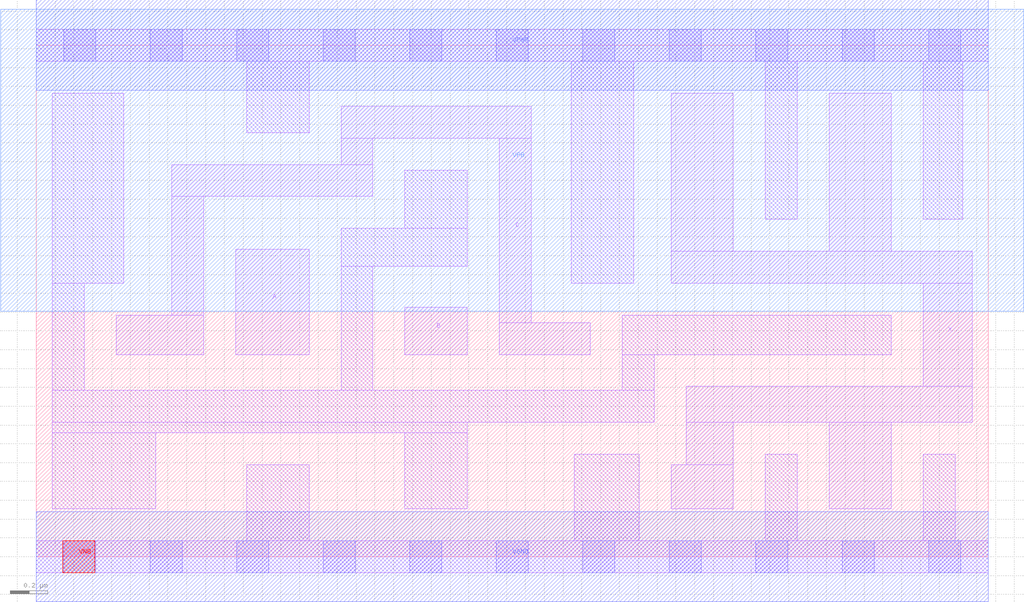
<source format=lef>
# Copyright 2020 The SkyWater PDK Authors
#
# Licensed under the Apache License, Version 2.0 (the "License");
# you may not use this file except in compliance with the License.
# You may obtain a copy of the License at
#
#     https://www.apache.org/licenses/LICENSE-2.0
#
# Unless required by applicable law or agreed to in writing, software
# distributed under the License is distributed on an "AS IS" BASIS,
# WITHOUT WARRANTIES OR CONDITIONS OF ANY KIND, either express or implied.
# See the License for the specific language governing permissions and
# limitations under the License.
#
# SPDX-License-Identifier: Apache-2.0

VERSION 5.7 ;
  NOWIREEXTENSIONATPIN ON ;
  DIVIDERCHAR "/" ;
  BUSBITCHARS "[]" ;
MACRO sky130_fd_sc_hd__maj3_4
  CLASS CORE ;
  FOREIGN sky130_fd_sc_hd__maj3_4 ;
  ORIGIN  0.000000  0.000000 ;
  SIZE  5.060000 BY  2.720000 ;
  SYMMETRY X Y R90 ;
  SITE unithd ;
  PIN A
    ANTENNAGATEAREA  0.495000 ;
    DIRECTION INPUT ;
    USE SIGNAL ;
    PORT
      LAYER li1 ;
        RECT 1.060000 1.075000 1.450000 1.635000 ;
    END
  END A
  PIN B
    ANTENNAGATEAREA  0.495000 ;
    DIRECTION INPUT ;
    USE SIGNAL ;
    PORT
      LAYER li1 ;
        RECT 1.960000 1.075000 2.290000 1.325000 ;
    END
  END B
  PIN C
    ANTENNAGATEAREA  0.495000 ;
    DIRECTION INPUT ;
    USE SIGNAL ;
    PORT
      LAYER li1 ;
        RECT 0.425000 1.075000 0.890000 1.285000 ;
        RECT 0.720000 1.285000 0.890000 1.915000 ;
        RECT 0.720000 1.915000 1.790000 2.085000 ;
        RECT 1.620000 2.085000 1.790000 2.225000 ;
        RECT 1.620000 2.225000 2.630000 2.395000 ;
        RECT 2.460000 1.075000 2.945000 1.245000 ;
        RECT 2.460000 1.245000 2.630000 2.225000 ;
    END
  END C
  PIN VNB
    PORT
      LAYER pwell ;
        RECT 0.140000 -0.085000 0.310000 0.085000 ;
    END
  END VNB
  PIN VPB
    PORT
      LAYER nwell ;
        RECT -0.190000 1.305000 5.250000 2.910000 ;
    END
  END VPB
  PIN X
    ANTENNADIFFAREA  0.891000 ;
    DIRECTION OUTPUT ;
    USE SIGNAL ;
    PORT
      LAYER li1 ;
        RECT 3.375000 0.255000 3.705000 0.490000 ;
        RECT 3.375000 1.455000 4.975000 1.625000 ;
        RECT 3.375000 1.625000 3.705000 2.465000 ;
        RECT 3.455000 0.490000 3.705000 0.715000 ;
        RECT 3.455000 0.715000 4.975000 0.905000 ;
        RECT 4.215000 0.255000 4.545000 0.715000 ;
        RECT 4.215000 1.625000 4.545000 2.465000 ;
        RECT 4.715000 0.905000 4.975000 1.455000 ;
    END
  END X
  PIN VGND
    DIRECTION INOUT ;
    SHAPE ABUTMENT ;
    USE GROUND ;
    PORT
      LAYER met1 ;
        RECT 0.000000 -0.240000 5.060000 0.240000 ;
    END
  END VGND
  PIN VPWR
    DIRECTION INOUT ;
    SHAPE ABUTMENT ;
    USE POWER ;
    PORT
      LAYER met1 ;
        RECT 0.000000 2.480000 5.060000 2.960000 ;
    END
  END VPWR
  OBS
    LAYER li1 ;
      RECT 0.000000 -0.085000 5.060000 0.085000 ;
      RECT 0.000000  2.635000 5.060000 2.805000 ;
      RECT 0.085000  0.255000 0.635000 0.660000 ;
      RECT 0.085000  0.660000 2.290000 0.715000 ;
      RECT 0.085000  0.715000 3.285000 0.885000 ;
      RECT 0.085000  0.885000 0.255000 1.455000 ;
      RECT 0.085000  1.455000 0.465000 2.465000 ;
      RECT 1.120000  0.085000 1.450000 0.490000 ;
      RECT 1.120000  2.255000 1.450000 2.635000 ;
      RECT 1.620000  0.885000 1.790000 1.545000 ;
      RECT 1.620000  1.545000 2.290000 1.745000 ;
      RECT 1.960000  0.255000 2.290000 0.660000 ;
      RECT 1.960000  1.745000 2.290000 2.055000 ;
      RECT 2.845000  1.455000 3.175000 2.635000 ;
      RECT 2.860000  0.085000 3.205000 0.545000 ;
      RECT 3.115000  0.885000 3.285000 1.075000 ;
      RECT 3.115000  1.075000 4.545000 1.285000 ;
      RECT 3.875000  0.085000 4.045000 0.545000 ;
      RECT 3.875000  1.795000 4.045000 2.635000 ;
      RECT 4.715000  0.085000 4.885000 0.545000 ;
      RECT 4.715000  1.795000 4.925000 2.635000 ;
    LAYER mcon ;
      RECT 0.145000 -0.085000 0.315000 0.085000 ;
      RECT 0.145000  2.635000 0.315000 2.805000 ;
      RECT 0.605000 -0.085000 0.775000 0.085000 ;
      RECT 0.605000  2.635000 0.775000 2.805000 ;
      RECT 1.065000 -0.085000 1.235000 0.085000 ;
      RECT 1.065000  2.635000 1.235000 2.805000 ;
      RECT 1.525000 -0.085000 1.695000 0.085000 ;
      RECT 1.525000  2.635000 1.695000 2.805000 ;
      RECT 1.985000 -0.085000 2.155000 0.085000 ;
      RECT 1.985000  2.635000 2.155000 2.805000 ;
      RECT 2.445000 -0.085000 2.615000 0.085000 ;
      RECT 2.445000  2.635000 2.615000 2.805000 ;
      RECT 2.905000 -0.085000 3.075000 0.085000 ;
      RECT 2.905000  2.635000 3.075000 2.805000 ;
      RECT 3.365000 -0.085000 3.535000 0.085000 ;
      RECT 3.365000  2.635000 3.535000 2.805000 ;
      RECT 3.825000 -0.085000 3.995000 0.085000 ;
      RECT 3.825000  2.635000 3.995000 2.805000 ;
      RECT 4.285000 -0.085000 4.455000 0.085000 ;
      RECT 4.285000  2.635000 4.455000 2.805000 ;
      RECT 4.745000 -0.085000 4.915000 0.085000 ;
      RECT 4.745000  2.635000 4.915000 2.805000 ;
  END
END sky130_fd_sc_hd__maj3_4
END LIBRARY

</source>
